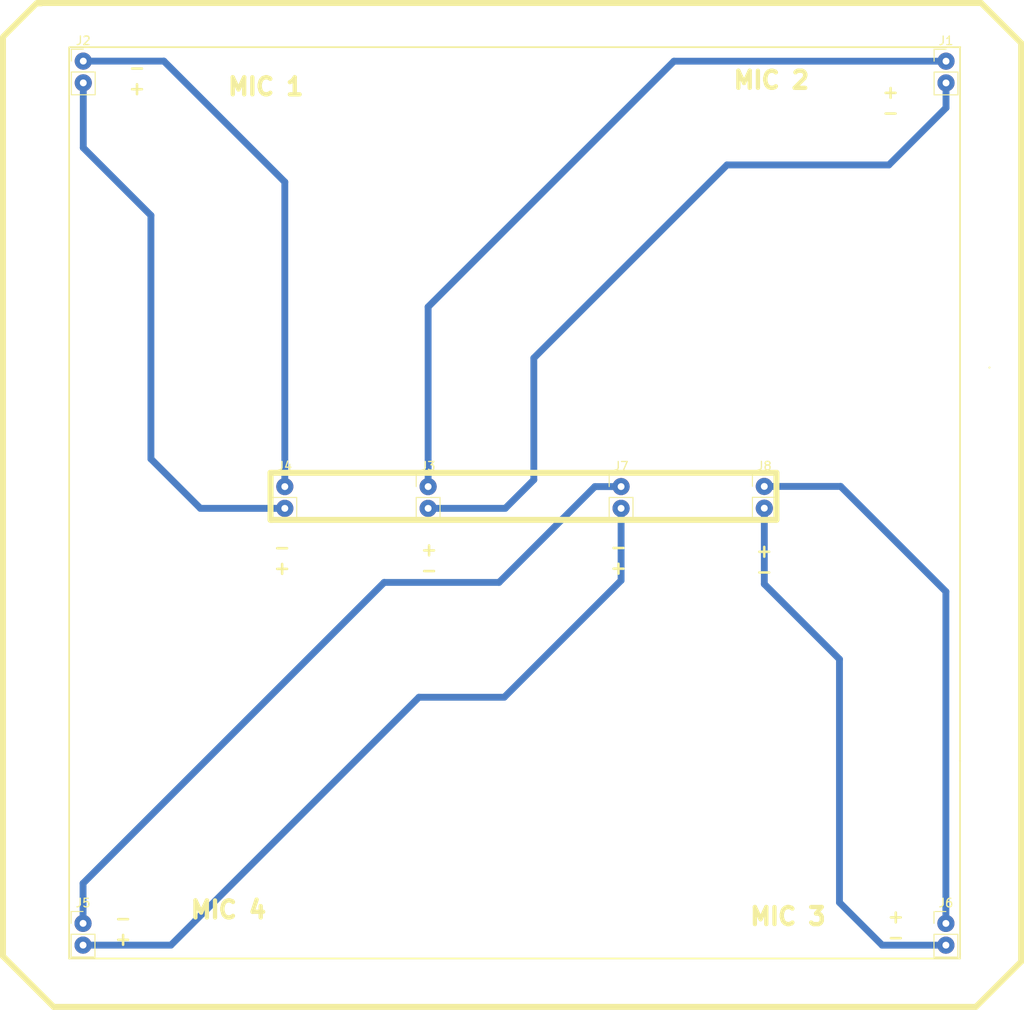
<source format=kicad_pcb>
(kicad_pcb (version 4) (host pcbnew 4.0.6)

  (general
    (links 8)
    (no_connects 0)
    (area 0 0 0 0)
    (thickness 1.6)
    (drawings 39)
    (tracks 36)
    (zones 0)
    (modules 8)
    (nets 9)
  )

  (page A4)
  (layers
    (0 F.Cu signal)
    (31 B.Cu signal)
    (32 B.Adhes user)
    (33 F.Adhes user)
    (34 B.Paste user)
    (35 F.Paste user)
    (36 B.SilkS user)
    (37 F.SilkS user)
    (38 B.Mask user)
    (39 F.Mask user)
    (40 Dwgs.User user)
    (41 Cmts.User user)
    (42 Eco1.User user)
    (43 Eco2.User user)
    (44 Edge.Cuts user)
    (45 Margin user)
    (46 B.CrtYd user)
    (47 F.CrtYd user)
    (48 B.Fab user)
    (49 F.Fab user)
  )

  (setup
    (last_trace_width 0.8)
    (user_trace_width 0.8)
    (user_trace_width 0.9)
    (trace_clearance 0.2)
    (zone_clearance 0.508)
    (zone_45_only no)
    (trace_min 0.2)
    (segment_width 0.7)
    (edge_width 0.15)
    (via_size 0.6)
    (via_drill 0.4)
    (via_min_size 0.4)
    (via_min_drill 0.3)
    (uvia_size 0.3)
    (uvia_drill 0.1)
    (uvias_allowed no)
    (uvia_min_size 0.2)
    (uvia_min_drill 0.1)
    (pcb_text_width 0.3)
    (pcb_text_size 1.5 1.5)
    (mod_edge_width 0.15)
    (mod_text_size 1 1)
    (mod_text_width 0.15)
    (pad_size 2 2)
    (pad_drill 0.8)
    (pad_to_mask_clearance 0.2)
    (aux_axis_origin 0 0)
    (visible_elements 7FFFFFFF)
    (pcbplotparams
      (layerselection 0x00030_80000001)
      (usegerberextensions false)
      (excludeedgelayer true)
      (linewidth 0.100000)
      (plotframeref false)
      (viasonmask false)
      (mode 1)
      (useauxorigin false)
      (hpglpennumber 1)
      (hpglpenspeed 20)
      (hpglpendiameter 15)
      (hpglpenoverlay 2)
      (psnegative false)
      (psa4output false)
      (plotreference true)
      (plotvalue true)
      (plotinvisibletext false)
      (padsonsilk false)
      (subtractmaskfromsilk false)
      (outputformat 1)
      (mirror false)
      (drillshape 1)
      (scaleselection 1)
      (outputdirectory ""))
  )

  (net 0 "")
  (net 1 "Net-(J2-Pad1)")
  (net 2 "Net-(J2-Pad2)")
  (net 3 "Net-(J5-Pad1)")
  (net 4 "Net-(J5-Pad2)")
  (net 5 "Net-(J6-Pad1)")
  (net 6 "Net-(J6-Pad2)")
  (net 7 /_P)
  (net 8 /_N)

  (net_class Default "This is the default net class."
    (clearance 0.2)
    (trace_width 0.25)
    (via_dia 0.6)
    (via_drill 0.4)
    (uvia_dia 0.3)
    (uvia_drill 0.1)
    (add_net /_N)
    (add_net /_P)
    (add_net "Net-(J2-Pad1)")
    (add_net "Net-(J2-Pad2)")
    (add_net "Net-(J5-Pad1)")
    (add_net "Net-(J5-Pad2)")
    (add_net "Net-(J6-Pad1)")
    (add_net "Net-(J6-Pad2)")
  )

  (module Pin_Headers:Pin_Header_Straight_1x02_Pitch2.54mm (layer F.Cu) (tedit 5862ED52) (tstamp 5CE4B763)
    (at 208.45272 42.33672)
    (descr "Through hole straight pin header, 1x02, 2.54mm pitch, single row")
    (tags "Through hole pin header THT 1x02 2.54mm single row")
    (path /5CE4BFB9)
    (fp_text reference J1 (at 0 -2.39) (layer F.SilkS)
      (effects (font (size 1 1) (thickness 0.15)))
    )
    (fp_text value Mic2 (at 0 4.93) (layer F.Fab)
      (effects (font (size 1 1) (thickness 0.15)))
    )
    (fp_line (start -1.27 -1.27) (end -1.27 3.81) (layer F.Fab) (width 0.1))
    (fp_line (start -1.27 3.81) (end 1.27 3.81) (layer F.Fab) (width 0.1))
    (fp_line (start 1.27 3.81) (end 1.27 -1.27) (layer F.Fab) (width 0.1))
    (fp_line (start 1.27 -1.27) (end -1.27 -1.27) (layer F.Fab) (width 0.1))
    (fp_line (start -1.39 1.27) (end -1.39 3.93) (layer F.SilkS) (width 0.12))
    (fp_line (start -1.39 3.93) (end 1.39 3.93) (layer F.SilkS) (width 0.12))
    (fp_line (start 1.39 3.93) (end 1.39 1.27) (layer F.SilkS) (width 0.12))
    (fp_line (start 1.39 1.27) (end -1.39 1.27) (layer F.SilkS) (width 0.12))
    (fp_line (start -1.39 0) (end -1.39 -1.39) (layer F.SilkS) (width 0.12))
    (fp_line (start -1.39 -1.39) (end 0 -1.39) (layer F.SilkS) (width 0.12))
    (fp_line (start -1.6 -1.6) (end -1.6 4.1) (layer F.CrtYd) (width 0.05))
    (fp_line (start -1.6 4.1) (end 1.6 4.1) (layer F.CrtYd) (width 0.05))
    (fp_line (start 1.6 4.1) (end 1.6 -1.6) (layer F.CrtYd) (width 0.05))
    (fp_line (start 1.6 -1.6) (end -1.6 -1.6) (layer F.CrtYd) (width 0.05))
    (pad 1 thru_hole circle (at 0 0) (size 2 2) (drill 0.8) (layers *.Cu *.Mask)
      (net 7 /_P))
    (pad 2 thru_hole circle (at 0 2.54) (size 2 2) (drill 0.8) (layers *.Cu *.Mask)
      (net 8 /_N))
    (model Pin_Headers.3dshapes/Pin_Header_Straight_1x02_Pitch2.54mm.wrl
      (at (xyz 0 -0.05 0))
      (scale (xyz 1 1 1))
      (rotate (xyz 0 0 90))
    )
  )

  (module Pin_Headers:Pin_Header_Straight_1x02_Pitch2.54mm (layer F.Cu) (tedit 5CE5FFFA) (tstamp 5CE4B769)
    (at 107.7214 42.3291)
    (descr "Through hole straight pin header, 1x02, 2.54mm pitch, single row")
    (tags "Through hole pin header THT 1x02 2.54mm single row")
    (path /5CE4B470)
    (fp_text reference J2 (at 0 -2.39) (layer F.SilkS)
      (effects (font (size 1 1) (thickness 0.15)))
    )
    (fp_text value Mic1 (at 0 4.93) (layer F.Fab)
      (effects (font (size 1 1) (thickness 0.15)))
    )
    (fp_line (start -1.27 -1.27) (end -1.27 3.81) (layer F.Fab) (width 0.1))
    (fp_line (start -1.27 3.81) (end 1.27 3.81) (layer F.Fab) (width 0.1))
    (fp_line (start 1.27 3.81) (end 1.27 -1.27) (layer F.Fab) (width 0.1))
    (fp_line (start 1.27 -1.27) (end -1.27 -1.27) (layer F.Fab) (width 0.1))
    (fp_line (start -1.39 1.27) (end -1.39 3.93) (layer F.SilkS) (width 0.12))
    (fp_line (start -1.39 3.93) (end 1.39 3.93) (layer F.SilkS) (width 0.12))
    (fp_line (start 1.39 3.93) (end 1.39 1.27) (layer F.SilkS) (width 0.12))
    (fp_line (start 1.39 1.27) (end -1.39 1.27) (layer F.SilkS) (width 0.12))
    (fp_line (start -1.39 0) (end -1.39 -1.39) (layer F.SilkS) (width 0.12))
    (fp_line (start -1.39 -1.39) (end 0 -1.39) (layer F.SilkS) (width 0.12))
    (fp_line (start -1.6 -1.6) (end -1.6 4.1) (layer F.CrtYd) (width 0.05))
    (fp_line (start -1.6 4.1) (end 1.6 4.1) (layer F.CrtYd) (width 0.05))
    (fp_line (start 1.6 4.1) (end 1.6 -1.6) (layer F.CrtYd) (width 0.05))
    (fp_line (start 1.6 -1.6) (end -1.6 -1.6) (layer F.CrtYd) (width 0.05))
    (pad 1 thru_hole circle (at 0 0) (size 2 2) (drill 0.8) (layers *.Cu *.Mask)
      (net 1 "Net-(J2-Pad1)"))
    (pad 2 thru_hole circle (at 0 2.54) (size 2 2) (drill 0.8) (layers *.Cu *.Mask)
      (net 2 "Net-(J2-Pad2)"))
    (model Pin_Headers.3dshapes/Pin_Header_Straight_1x02_Pitch2.54mm.wrl
      (at (xyz 0 -0.05 0))
      (scale (xyz 1 1 1))
      (rotate (xyz 0 0 90))
    )
  )

  (module Pin_Headers:Pin_Header_Straight_1x02_Pitch2.54mm (layer F.Cu) (tedit 5862ED52) (tstamp 5CE4B77B)
    (at 107.696 143.0528)
    (descr "Through hole straight pin header, 1x02, 2.54mm pitch, single row")
    (tags "Through hole pin header THT 1x02 2.54mm single row")
    (path /5CE4C1DF)
    (fp_text reference J5 (at 0 -2.39) (layer F.SilkS)
      (effects (font (size 1 1) (thickness 0.15)))
    )
    (fp_text value Mic4 (at 0 4.93) (layer F.Fab)
      (effects (font (size 1 1) (thickness 0.15)))
    )
    (fp_line (start -1.27 -1.27) (end -1.27 3.81) (layer F.Fab) (width 0.1))
    (fp_line (start -1.27 3.81) (end 1.27 3.81) (layer F.Fab) (width 0.1))
    (fp_line (start 1.27 3.81) (end 1.27 -1.27) (layer F.Fab) (width 0.1))
    (fp_line (start 1.27 -1.27) (end -1.27 -1.27) (layer F.Fab) (width 0.1))
    (fp_line (start -1.39 1.27) (end -1.39 3.93) (layer F.SilkS) (width 0.12))
    (fp_line (start -1.39 3.93) (end 1.39 3.93) (layer F.SilkS) (width 0.12))
    (fp_line (start 1.39 3.93) (end 1.39 1.27) (layer F.SilkS) (width 0.12))
    (fp_line (start 1.39 1.27) (end -1.39 1.27) (layer F.SilkS) (width 0.12))
    (fp_line (start -1.39 0) (end -1.39 -1.39) (layer F.SilkS) (width 0.12))
    (fp_line (start -1.39 -1.39) (end 0 -1.39) (layer F.SilkS) (width 0.12))
    (fp_line (start -1.6 -1.6) (end -1.6 4.1) (layer F.CrtYd) (width 0.05))
    (fp_line (start -1.6 4.1) (end 1.6 4.1) (layer F.CrtYd) (width 0.05))
    (fp_line (start 1.6 4.1) (end 1.6 -1.6) (layer F.CrtYd) (width 0.05))
    (fp_line (start 1.6 -1.6) (end -1.6 -1.6) (layer F.CrtYd) (width 0.05))
    (pad 1 thru_hole circle (at 0 0) (size 2 2) (drill 0.8) (layers *.Cu *.Mask)
      (net 3 "Net-(J5-Pad1)"))
    (pad 2 thru_hole circle (at 0 2.54) (size 2 2) (drill 0.8) (layers *.Cu *.Mask)
      (net 4 "Net-(J5-Pad2)"))
    (model Pin_Headers.3dshapes/Pin_Header_Straight_1x02_Pitch2.54mm.wrl
      (at (xyz 0 -0.05 0))
      (scale (xyz 1 1 1))
      (rotate (xyz 0 0 90))
    )
  )

  (module Pin_Headers:Pin_Header_Straight_1x02_Pitch2.54mm (layer F.Cu) (tedit 5862ED52) (tstamp 5CE4B781)
    (at 208.43748 143.05788)
    (descr "Through hole straight pin header, 1x02, 2.54mm pitch, single row")
    (tags "Through hole pin header THT 1x02 2.54mm single row")
    (path /5CE4C3CF)
    (fp_text reference J6 (at 0 -2.39) (layer F.SilkS)
      (effects (font (size 1 1) (thickness 0.15)))
    )
    (fp_text value Mic3 (at 0 4.93) (layer F.Fab)
      (effects (font (size 1 1) (thickness 0.15)))
    )
    (fp_line (start -1.27 -1.27) (end -1.27 3.81) (layer F.Fab) (width 0.1))
    (fp_line (start -1.27 3.81) (end 1.27 3.81) (layer F.Fab) (width 0.1))
    (fp_line (start 1.27 3.81) (end 1.27 -1.27) (layer F.Fab) (width 0.1))
    (fp_line (start 1.27 -1.27) (end -1.27 -1.27) (layer F.Fab) (width 0.1))
    (fp_line (start -1.39 1.27) (end -1.39 3.93) (layer F.SilkS) (width 0.12))
    (fp_line (start -1.39 3.93) (end 1.39 3.93) (layer F.SilkS) (width 0.12))
    (fp_line (start 1.39 3.93) (end 1.39 1.27) (layer F.SilkS) (width 0.12))
    (fp_line (start 1.39 1.27) (end -1.39 1.27) (layer F.SilkS) (width 0.12))
    (fp_line (start -1.39 0) (end -1.39 -1.39) (layer F.SilkS) (width 0.12))
    (fp_line (start -1.39 -1.39) (end 0 -1.39) (layer F.SilkS) (width 0.12))
    (fp_line (start -1.6 -1.6) (end -1.6 4.1) (layer F.CrtYd) (width 0.05))
    (fp_line (start -1.6 4.1) (end 1.6 4.1) (layer F.CrtYd) (width 0.05))
    (fp_line (start 1.6 4.1) (end 1.6 -1.6) (layer F.CrtYd) (width 0.05))
    (fp_line (start 1.6 -1.6) (end -1.6 -1.6) (layer F.CrtYd) (width 0.05))
    (pad 1 thru_hole circle (at 0 0) (size 2 2) (drill 0.8) (layers *.Cu *.Mask)
      (net 5 "Net-(J6-Pad1)"))
    (pad 2 thru_hole circle (at 0 2.54) (size 2 2) (drill 0.8) (layers *.Cu *.Mask)
      (net 6 "Net-(J6-Pad2)"))
    (model Pin_Headers.3dshapes/Pin_Header_Straight_1x02_Pitch2.54mm.wrl
      (at (xyz 0 -0.05 0))
      (scale (xyz 1 1 1))
      (rotate (xyz 0 0 90))
    )
  )

  (module Pin_Headers:Pin_Header_Straight_1x02_Pitch2.54mm (layer F.Cu) (tedit 5862ED52) (tstamp 5CE5FDB0)
    (at 147.98548 92.03182)
    (descr "Through hole straight pin header, 1x02, 2.54mm pitch, single row")
    (tags "Through hole pin header THT 1x02 2.54mm single row")
    (path /5CE4BFBF)
    (fp_text reference J3 (at 0 -2.39) (layer F.SilkS)
      (effects (font (size 1 1) (thickness 0.15)))
    )
    (fp_text value Mic2_chip (at 0 4.93) (layer F.Fab)
      (effects (font (size 1 1) (thickness 0.15)))
    )
    (fp_line (start -1.27 -1.27) (end -1.27 3.81) (layer F.Fab) (width 0.1))
    (fp_line (start -1.27 3.81) (end 1.27 3.81) (layer F.Fab) (width 0.1))
    (fp_line (start 1.27 3.81) (end 1.27 -1.27) (layer F.Fab) (width 0.1))
    (fp_line (start 1.27 -1.27) (end -1.27 -1.27) (layer F.Fab) (width 0.1))
    (fp_line (start -1.39 1.27) (end -1.39 3.93) (layer F.SilkS) (width 0.12))
    (fp_line (start -1.39 3.93) (end 1.39 3.93) (layer F.SilkS) (width 0.12))
    (fp_line (start 1.39 3.93) (end 1.39 1.27) (layer F.SilkS) (width 0.12))
    (fp_line (start 1.39 1.27) (end -1.39 1.27) (layer F.SilkS) (width 0.12))
    (fp_line (start -1.39 0) (end -1.39 -1.39) (layer F.SilkS) (width 0.12))
    (fp_line (start -1.39 -1.39) (end 0 -1.39) (layer F.SilkS) (width 0.12))
    (fp_line (start -1.6 -1.6) (end -1.6 4.1) (layer F.CrtYd) (width 0.05))
    (fp_line (start -1.6 4.1) (end 1.6 4.1) (layer F.CrtYd) (width 0.05))
    (fp_line (start 1.6 4.1) (end 1.6 -1.6) (layer F.CrtYd) (width 0.05))
    (fp_line (start 1.6 -1.6) (end -1.6 -1.6) (layer F.CrtYd) (width 0.05))
    (pad 1 thru_hole circle (at 0 0) (size 2 2) (drill 0.8) (layers *.Cu *.Mask)
      (net 7 /_P))
    (pad 2 thru_hole circle (at 0 2.54) (size 2 2) (drill 0.8) (layers *.Cu *.Mask)
      (net 8 /_N))
    (model Pin_Headers.3dshapes/Pin_Header_Straight_1x02_Pitch2.54mm.wrl
      (at (xyz 0 -0.05 0))
      (scale (xyz 1 1 1))
      (rotate (xyz 0 0 90))
    )
  )

  (module Pin_Headers:Pin_Header_Straight_1x02_Pitch2.54mm (layer F.Cu) (tedit 5862ED52) (tstamp 5CE5FDB5)
    (at 131.25196 92.03182)
    (descr "Through hole straight pin header, 1x02, 2.54mm pitch, single row")
    (tags "Through hole pin header THT 1x02 2.54mm single row")
    (path /5CE4B518)
    (fp_text reference J4 (at 0 -2.39) (layer F.SilkS)
      (effects (font (size 1 1) (thickness 0.15)))
    )
    (fp_text value Mic1_chip (at 0 4.93) (layer F.Fab)
      (effects (font (size 1 1) (thickness 0.15)))
    )
    (fp_line (start -1.27 -1.27) (end -1.27 3.81) (layer F.Fab) (width 0.1))
    (fp_line (start -1.27 3.81) (end 1.27 3.81) (layer F.Fab) (width 0.1))
    (fp_line (start 1.27 3.81) (end 1.27 -1.27) (layer F.Fab) (width 0.1))
    (fp_line (start 1.27 -1.27) (end -1.27 -1.27) (layer F.Fab) (width 0.1))
    (fp_line (start -1.39 1.27) (end -1.39 3.93) (layer F.SilkS) (width 0.12))
    (fp_line (start -1.39 3.93) (end 1.39 3.93) (layer F.SilkS) (width 0.12))
    (fp_line (start 1.39 3.93) (end 1.39 1.27) (layer F.SilkS) (width 0.12))
    (fp_line (start 1.39 1.27) (end -1.39 1.27) (layer F.SilkS) (width 0.12))
    (fp_line (start -1.39 0) (end -1.39 -1.39) (layer F.SilkS) (width 0.12))
    (fp_line (start -1.39 -1.39) (end 0 -1.39) (layer F.SilkS) (width 0.12))
    (fp_line (start -1.6 -1.6) (end -1.6 4.1) (layer F.CrtYd) (width 0.05))
    (fp_line (start -1.6 4.1) (end 1.6 4.1) (layer F.CrtYd) (width 0.05))
    (fp_line (start 1.6 4.1) (end 1.6 -1.6) (layer F.CrtYd) (width 0.05))
    (fp_line (start 1.6 -1.6) (end -1.6 -1.6) (layer F.CrtYd) (width 0.05))
    (pad 1 thru_hole circle (at 0 0) (size 2 2) (drill 0.8) (layers *.Cu *.Mask)
      (net 1 "Net-(J2-Pad1)"))
    (pad 2 thru_hole circle (at 0 2.54) (size 2 2) (drill 0.8) (layers *.Cu *.Mask)
      (net 2 "Net-(J2-Pad2)"))
    (model Pin_Headers.3dshapes/Pin_Header_Straight_1x02_Pitch2.54mm.wrl
      (at (xyz 0 -0.05 0))
      (scale (xyz 1 1 1))
      (rotate (xyz 0 0 90))
    )
  )

  (module Pin_Headers:Pin_Header_Straight_1x02_Pitch2.54mm (layer F.Cu) (tedit 5862ED52) (tstamp 5CE5FDBA)
    (at 170.51528 92.02928)
    (descr "Through hole straight pin header, 1x02, 2.54mm pitch, single row")
    (tags "Through hole pin header THT 1x02 2.54mm single row")
    (path /5CE4C1E5)
    (fp_text reference J7 (at 0 -2.39) (layer F.SilkS)
      (effects (font (size 1 1) (thickness 0.15)))
    )
    (fp_text value Mic4_chip (at 0 4.93) (layer F.Fab)
      (effects (font (size 1 1) (thickness 0.15)))
    )
    (fp_line (start -1.27 -1.27) (end -1.27 3.81) (layer F.Fab) (width 0.1))
    (fp_line (start -1.27 3.81) (end 1.27 3.81) (layer F.Fab) (width 0.1))
    (fp_line (start 1.27 3.81) (end 1.27 -1.27) (layer F.Fab) (width 0.1))
    (fp_line (start 1.27 -1.27) (end -1.27 -1.27) (layer F.Fab) (width 0.1))
    (fp_line (start -1.39 1.27) (end -1.39 3.93) (layer F.SilkS) (width 0.12))
    (fp_line (start -1.39 3.93) (end 1.39 3.93) (layer F.SilkS) (width 0.12))
    (fp_line (start 1.39 3.93) (end 1.39 1.27) (layer F.SilkS) (width 0.12))
    (fp_line (start 1.39 1.27) (end -1.39 1.27) (layer F.SilkS) (width 0.12))
    (fp_line (start -1.39 0) (end -1.39 -1.39) (layer F.SilkS) (width 0.12))
    (fp_line (start -1.39 -1.39) (end 0 -1.39) (layer F.SilkS) (width 0.12))
    (fp_line (start -1.6 -1.6) (end -1.6 4.1) (layer F.CrtYd) (width 0.05))
    (fp_line (start -1.6 4.1) (end 1.6 4.1) (layer F.CrtYd) (width 0.05))
    (fp_line (start 1.6 4.1) (end 1.6 -1.6) (layer F.CrtYd) (width 0.05))
    (fp_line (start 1.6 -1.6) (end -1.6 -1.6) (layer F.CrtYd) (width 0.05))
    (pad 1 thru_hole circle (at 0 0) (size 2 2) (drill 0.8) (layers *.Cu *.Mask)
      (net 3 "Net-(J5-Pad1)"))
    (pad 2 thru_hole circle (at 0 2.54) (size 2 2) (drill 0.8) (layers *.Cu *.Mask)
      (net 4 "Net-(J5-Pad2)"))
    (model Pin_Headers.3dshapes/Pin_Header_Straight_1x02_Pitch2.54mm.wrl
      (at (xyz 0 -0.05 0))
      (scale (xyz 1 1 1))
      (rotate (xyz 0 0 90))
    )
  )

  (module Pin_Headers:Pin_Header_Straight_1x02_Pitch2.54mm (layer F.Cu) (tedit 5862ED52) (tstamp 5CE5FDBF)
    (at 187.2361 92.0115)
    (descr "Through hole straight pin header, 1x02, 2.54mm pitch, single row")
    (tags "Through hole pin header THT 1x02 2.54mm single row")
    (path /5CE4C3D5)
    (fp_text reference J8 (at 0 -2.39) (layer F.SilkS)
      (effects (font (size 1 1) (thickness 0.15)))
    )
    (fp_text value Mic3_chip (at 0 4.93) (layer F.Fab)
      (effects (font (size 1 1) (thickness 0.15)))
    )
    (fp_line (start -1.27 -1.27) (end -1.27 3.81) (layer F.Fab) (width 0.1))
    (fp_line (start -1.27 3.81) (end 1.27 3.81) (layer F.Fab) (width 0.1))
    (fp_line (start 1.27 3.81) (end 1.27 -1.27) (layer F.Fab) (width 0.1))
    (fp_line (start 1.27 -1.27) (end -1.27 -1.27) (layer F.Fab) (width 0.1))
    (fp_line (start -1.39 1.27) (end -1.39 3.93) (layer F.SilkS) (width 0.12))
    (fp_line (start -1.39 3.93) (end 1.39 3.93) (layer F.SilkS) (width 0.12))
    (fp_line (start 1.39 3.93) (end 1.39 1.27) (layer F.SilkS) (width 0.12))
    (fp_line (start 1.39 1.27) (end -1.39 1.27) (layer F.SilkS) (width 0.12))
    (fp_line (start -1.39 0) (end -1.39 -1.39) (layer F.SilkS) (width 0.12))
    (fp_line (start -1.39 -1.39) (end 0 -1.39) (layer F.SilkS) (width 0.12))
    (fp_line (start -1.6 -1.6) (end -1.6 4.1) (layer F.CrtYd) (width 0.05))
    (fp_line (start -1.6 4.1) (end 1.6 4.1) (layer F.CrtYd) (width 0.05))
    (fp_line (start 1.6 4.1) (end 1.6 -1.6) (layer F.CrtYd) (width 0.05))
    (fp_line (start 1.6 -1.6) (end -1.6 -1.6) (layer F.CrtYd) (width 0.05))
    (pad 1 thru_hole circle (at 0 0) (size 2 2) (drill 0.8) (layers *.Cu *.Mask)
      (net 5 "Net-(J6-Pad1)"))
    (pad 2 thru_hole circle (at 0 2.54) (size 2 2) (drill 0.8) (layers *.Cu *.Mask)
      (net 6 "Net-(J6-Pad2)"))
    (model Pin_Headers.3dshapes/Pin_Header_Straight_1x02_Pitch2.54mm.wrl
      (at (xyz 0 -0.05 0))
      (scale (xyz 1 1 1))
      (rotate (xyz 0 0 90))
    )
  )

  (gr_line (start 129.58572 90.41384) (end 129.72542 90.41384) (angle 90) (layer F.SilkS) (width 0.7))
  (gr_line (start 129.58572 95.91802) (end 129.58572 90.41384) (angle 90) (layer F.SilkS) (width 0.7))
  (gr_line (start 129.75336 95.91802) (end 129.58572 95.91802) (angle 90) (layer F.SilkS) (width 0.7))
  (gr_line (start 188.65088 95.91802) (end 129.75336 95.91802) (angle 90) (layer F.SilkS) (width 0.7))
  (gr_line (start 188.65088 90.41892) (end 188.65088 95.91802) (angle 90) (layer F.SilkS) (width 0.7))
  (gr_line (start 129.63144 90.41892) (end 188.65088 90.41892) (angle 90) (layer F.SilkS) (width 0.7))
  (gr_line (start 102.27056 35.58032) (end 102.8192 35.58032) (angle 90) (layer F.SilkS) (width 0.7))
  (gr_line (start 98.36912 39.48176) (end 102.27056 35.58032) (angle 90) (layer F.SilkS) (width 0.7))
  (gr_line (start 98.3488 146.8882) (end 98.3488 39.61892) (angle 90) (layer F.SilkS) (width 0.7))
  (gr_line (start 99.6696 148.209) (end 98.3488 146.8882) (angle 90) (layer F.SilkS) (width 0.7))
  (gr_line (start 104.267 152.8064) (end 99.6696 148.209) (angle 90) (layer F.SilkS) (width 0.7))
  (gr_line (start 211.9376 152.8064) (end 104.267 152.8064) (angle 90) (layer F.SilkS) (width 0.7))
  (gr_line (start 217.2208 147.5232) (end 211.9376 152.8064) (angle 90) (layer F.SilkS) (width 0.7))
  (gr_line (start 217.2208 40.21328) (end 217.2208 147.5232) (angle 90) (layer F.SilkS) (width 0.7))
  (gr_line (start 212.5472 35.53968) (end 217.2208 40.21328) (angle 90) (layer F.SilkS) (width 0.7))
  (gr_line (start 102.37216 35.53968) (end 212.5472 35.53968) (angle 90) (layer F.SilkS) (width 0.7))
  (gr_text "MIC 4" (at 124.6759 141.4653) (layer F.SilkS)
    (effects (font (size 2 2) (thickness 0.5)))
  )
  (gr_text "MIC 3" (at 189.992 142.24) (layer F.SilkS)
    (effects (font (size 2 2) (thickness 0.5)))
  )
  (gr_text "MIC 2" (at 188.0616 44.5516) (layer F.SilkS)
    (effects (font (size 2 2) (thickness 0.5)))
  )
  (gr_text "MIC 1" (at 129.032 45.3136) (layer F.SilkS)
    (effects (font (size 2 2) (thickness 0.5)))
  )
  (gr_text "+\n-" (at 202.5904 143.4592) (layer F.SilkS)
    (effects (font (size 1.5 1.5) (thickness 0.3)))
  )
  (gr_text "-\n+" (at 112.3696 143.6624) (layer F.SilkS)
    (effects (font (size 1.5 1.5) (thickness 0.3)))
  )
  (gr_text "+\n-" (at 201.9808 47.1424) (layer F.SilkS)
    (effects (font (size 1.5 1.5) (thickness 0.3)))
  )
  (gr_text "-\n+" (at 113.9952 44.2976) (layer F.SilkS)
    (effects (font (size 1.5 1.5) (thickness 0.3)))
  )
  (gr_text "+\n-" (at 187.22848 100.74656) (layer F.SilkS)
    (effects (font (size 1.5 1.5) (thickness 0.3)))
  )
  (gr_text "-\n+" (at 170.21048 100.3046) (layer F.SilkS)
    (effects (font (size 1.5 1.5) (thickness 0.3)))
  )
  (gr_text "+\n-" (at 148.0947 100.584) (layer F.SilkS)
    (effects (font (size 1.5 1.5) (thickness 0.3)))
  )
  (gr_text "-\n+" (at 130.937 100.33) (layer F.SilkS)
    (effects (font (size 1.5 1.5) (thickness 0.3)))
  )
  (gr_line (start 213.51748 78.12532) (end 213.51748 78.14818) (angle 90) (layer F.SilkS) (width 0.2))
  (gr_line (start 213.5378 78.105) (end 213.51748 78.12532) (angle 90) (layer F.SilkS) (width 0.2))
  (gr_line (start 106.0831 147.15744) (end 210.05292 147.15744) (angle 90) (layer F.SilkS) (width 0.2))
  (gr_line (start 106.0704 147.14728) (end 106.0958 147.14728) (angle 90) (layer F.SilkS) (width 0.2))
  (gr_line (start 106.0704 40.73652) (end 106.0704 147.14728) (angle 90) (layer F.SilkS) (width 0.2))
  (gr_line (start 210.08848 146.63674) (end 210.08848 147.16506) (angle 90) (layer F.SilkS) (width 0.2))
  (gr_line (start 210.08848 40.70096) (end 210.08848 146.6088) (angle 90) (layer F.SilkS) (width 0.2))
  (gr_line (start 210.1088 40.70096) (end 210.1088 40.70858) (angle 90) (layer F.SilkS) (width 0.2))
  (gr_line (start 106.11104 40.70096) (end 210.1088 40.70096) (angle 90) (layer F.SilkS) (width 0.2))
  (gr_line (start 210.08848 124.06122) (end 210.0961 124.06122) (angle 90) (layer F.SilkS) (width 0.2))
  (gr_line (start 210.08086 124.0536) (end 210.08848 124.06122) (angle 90) (layer F.SilkS) (width 0.2))

  (segment (start 107.7214 42.3291) (end 117.1321 42.3291) (width 0.8) (layer B.Cu) (net 1) (status 400000))
  (segment (start 131.25196 56.44896) (end 131.25196 92.03182) (width 0.8) (layer B.Cu) (net 1) (tstamp 5CE6042C) (status 800000))
  (segment (start 117.1321 42.3291) (end 131.25196 56.44896) (width 0.8) (layer B.Cu) (net 1) (tstamp 5CE6042A))
  (segment (start 107.7214 44.8691) (end 107.7214 52.451) (width 0.8) (layer B.Cu) (net 2) (status 400000))
  (segment (start 121.39422 94.57182) (end 131.25196 94.57182) (width 0.8) (layer B.Cu) (net 2) (tstamp 5CE60439) (status 800000))
  (segment (start 115.6208 88.7984) (end 121.39422 94.57182) (width 0.8) (layer B.Cu) (net 2) (tstamp 5CE60437))
  (segment (start 115.6208 60.3504) (end 115.6208 88.7984) (width 0.8) (layer B.Cu) (net 2) (tstamp 5CE60435))
  (segment (start 107.7214 52.451) (end 115.6208 60.3504) (width 0.8) (layer B.Cu) (net 2) (tstamp 5CE60433))
  (segment (start 107.696 143.0528) (end 107.696 138.3792) (width 0.8) (layer B.Cu) (net 3) (status 400000))
  (segment (start 167.45712 92.02928) (end 170.51528 92.02928) (width 0.8) (layer B.Cu) (net 3) (tstamp 5CE60512) (status 800000))
  (segment (start 156.2608 103.2256) (end 167.45712 92.02928) (width 0.8) (layer B.Cu) (net 3) (tstamp 5CE60510))
  (segment (start 142.8496 103.2256) (end 156.2608 103.2256) (width 0.8) (layer B.Cu) (net 3) (tstamp 5CE6050D))
  (segment (start 107.696 138.3792) (end 142.8496 103.2256) (width 0.8) (layer B.Cu) (net 3) (tstamp 5CE60509))
  (segment (start 170.51528 94.56928) (end 170.51528 102.99192) (width 0.8) (layer B.Cu) (net 4) (status 400000))
  (segment (start 117.9576 145.5928) (end 107.696 145.5928) (width 0.8) (layer B.Cu) (net 4) (tstamp 5CE60525) (status 800000))
  (segment (start 146.9136 116.6368) (end 117.9576 145.5928) (width 0.8) (layer B.Cu) (net 4) (tstamp 5CE60522))
  (segment (start 156.8704 116.6368) (end 146.9136 116.6368) (width 0.8) (layer B.Cu) (net 4) (tstamp 5CE60520))
  (segment (start 170.51528 102.99192) (end 156.8704 116.6368) (width 0.8) (layer B.Cu) (net 4) (tstamp 5CE6051D))
  (segment (start 187.2361 92.0115) (end 196.1515 92.0115) (width 0.8) (layer B.Cu) (net 5) (status 400000))
  (segment (start 208.43748 104.29748) (end 208.43748 143.05788) (width 0.8) (layer B.Cu) (net 5) (tstamp 5CE604AE) (status 800000))
  (segment (start 196.1515 92.0115) (end 208.43748 104.29748) (width 0.8) (layer B.Cu) (net 5) (tstamp 5CE604AC))
  (segment (start 187.2361 94.5515) (end 187.2361 103.4161) (width 0.8) (layer B.Cu) (net 6) (status 400000))
  (segment (start 200.99528 145.59788) (end 208.43748 145.59788) (width 0.8) (layer B.Cu) (net 6) (tstamp 5CE604C3) (status 800000))
  (segment (start 196.0118 140.6144) (end 200.99528 145.59788) (width 0.8) (layer B.Cu) (net 6) (tstamp 5CE604BE))
  (segment (start 196.0118 112.1918) (end 196.0118 140.6144) (width 0.8) (layer B.Cu) (net 6) (tstamp 5CE604BA))
  (segment (start 187.2361 103.4161) (end 196.0118 112.1918) (width 0.8) (layer B.Cu) (net 6) (tstamp 5CE604B7))
  (segment (start 208.45272 42.33672) (end 176.68748 42.33672) (width 0.8) (layer B.Cu) (net 7) (status 400000))
  (segment (start 147.98548 71.03872) (end 147.98548 92.03182) (width 0.8) (layer B.Cu) (net 7) (tstamp 5CE6043F) (status 800000))
  (segment (start 176.68748 42.33672) (end 147.98548 71.03872) (width 0.8) (layer B.Cu) (net 7) (tstamp 5CE6043D))
  (segment (start 147.98548 94.57182) (end 156.98978 94.57182) (width 0.8) (layer B.Cu) (net 8) (status 400000))
  (segment (start 208.45272 47.78248) (end 208.45272 44.87672) (width 0.8) (layer B.Cu) (net 8) (tstamp 5CE6044C) (status 800000))
  (segment (start 201.7776 54.4576) (end 208.45272 47.78248) (width 0.8) (layer B.Cu) (net 8) (tstamp 5CE6044A))
  (segment (start 182.88 54.4576) (end 201.7776 54.4576) (width 0.8) (layer B.Cu) (net 8) (tstamp 5CE60448))
  (segment (start 160.3248 77.0128) (end 182.88 54.4576) (width 0.8) (layer B.Cu) (net 8) (tstamp 5CE60446))
  (segment (start 160.3248 91.2368) (end 160.3248 77.0128) (width 0.8) (layer B.Cu) (net 8) (tstamp 5CE60444))
  (segment (start 156.98978 94.57182) (end 160.3248 91.2368) (width 0.8) (layer B.Cu) (net 8) (tstamp 5CE60443))

)

</source>
